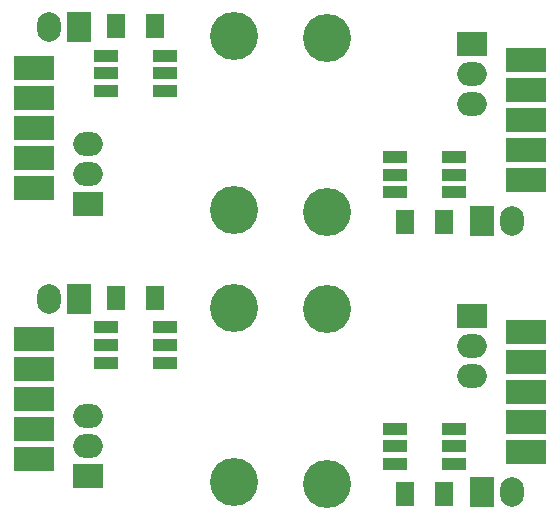
<source format=gts>
G04 (created by PCBNEW (2013-may-18)-stable) date Сб 21 ноя 2015 22:02:29*
%MOIN*%
G04 Gerber Fmt 3.4, Leading zero omitted, Abs format*
%FSLAX34Y34*%
G01*
G70*
G90*
G04 APERTURE LIST*
%ADD10C,0.00590551*%
%ADD11C,0.16*%
%ADD12R,0.0787402X0.0984252*%
%ADD13O,0.0787402X0.0984252*%
%ADD14R,0.0984252X0.0787402*%
%ADD15O,0.0984252X0.0787402*%
%ADD16R,0.0787402X0.0393701*%
%ADD17R,0.137795X0.0787402*%
%ADD18R,0.06X0.08*%
G04 APERTURE END LIST*
G54D10*
G54D11*
X36761Y-24360D03*
X36761Y-30167D03*
G54D12*
X41931Y-30462D03*
G54D13*
X42931Y-30462D03*
G54D14*
X41604Y-24580D03*
G54D15*
X41604Y-25580D03*
X41604Y-26580D03*
G54D16*
X41013Y-29517D03*
X41013Y-28927D03*
X41013Y-28336D03*
X39045Y-28336D03*
X39045Y-28927D03*
X39045Y-29517D03*
G54D17*
X43415Y-27116D03*
X43415Y-28116D03*
X43415Y-29116D03*
X43415Y-26116D03*
X43415Y-25116D03*
X43415Y-25116D03*
X43415Y-26116D03*
X43415Y-27116D03*
X43415Y-28116D03*
X43415Y-29116D03*
G54D18*
X40679Y-30501D03*
X39379Y-30501D03*
X40679Y-21446D03*
X39379Y-21446D03*
G54D17*
X43415Y-18061D03*
X43415Y-19061D03*
X43415Y-20061D03*
X43415Y-17061D03*
X43415Y-16061D03*
X43415Y-16061D03*
X43415Y-17061D03*
X43415Y-18061D03*
X43415Y-19061D03*
X43415Y-20061D03*
G54D16*
X41013Y-20462D03*
X41013Y-19872D03*
X41013Y-19281D03*
X39045Y-19281D03*
X39045Y-19872D03*
X39045Y-20462D03*
G54D14*
X41604Y-15525D03*
G54D15*
X41604Y-16525D03*
X41604Y-17525D03*
G54D12*
X41931Y-21407D03*
G54D13*
X42931Y-21407D03*
G54D11*
X36761Y-21112D03*
X36761Y-15305D03*
X33661Y-30118D03*
X33661Y-24311D03*
G54D12*
X28492Y-24015D03*
G54D13*
X27492Y-24015D03*
G54D14*
X28818Y-29897D03*
G54D15*
X28818Y-28897D03*
X28818Y-27897D03*
G54D16*
X29409Y-24960D03*
X29409Y-25551D03*
X29409Y-26141D03*
X31377Y-26141D03*
X31377Y-25551D03*
X31377Y-24960D03*
G54D17*
X27007Y-27362D03*
X27007Y-26362D03*
X27007Y-25362D03*
X27007Y-28362D03*
X27007Y-29362D03*
X27007Y-29362D03*
X27007Y-28362D03*
X27007Y-27362D03*
X27007Y-26362D03*
X27007Y-25362D03*
G54D18*
X29743Y-23976D03*
X31043Y-23976D03*
X29743Y-14921D03*
X31043Y-14921D03*
G54D17*
X27007Y-18307D03*
X27007Y-17307D03*
X27007Y-16307D03*
X27007Y-19307D03*
X27007Y-20307D03*
X27007Y-20307D03*
X27007Y-19307D03*
X27007Y-18307D03*
X27007Y-17307D03*
X27007Y-16307D03*
G54D16*
X29409Y-15905D03*
X29409Y-16496D03*
X29409Y-17086D03*
X31377Y-17086D03*
X31377Y-16496D03*
X31377Y-15905D03*
G54D14*
X28818Y-20842D03*
G54D15*
X28818Y-19842D03*
X28818Y-18842D03*
G54D12*
X28492Y-14960D03*
G54D13*
X27492Y-14960D03*
G54D11*
X33661Y-15255D03*
X33661Y-21062D03*
M02*

</source>
